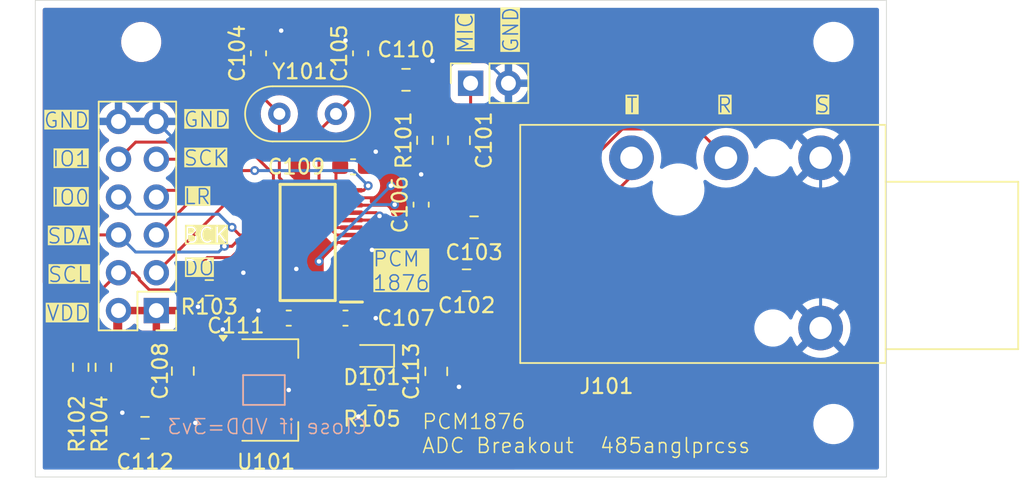
<source format=kicad_pcb>
(kicad_pcb (version 20240108) (generator "pcbnew") (generator_version "8.0")
  (layers (0 "F.Cu" signal) (31 "B.Cu" signal) (34 "B.Paste" user) (35 "F.Paste" user) (36 "B.SilkS" user "B.Silkscreen") (37 "F.SilkS" user "F.Silkscreen") (38 "B.Mask" user) (39 "F.Mask" user) (44 "Edge.Cuts" user))
  (net 0 "")
  (net 1 "GND")
  (net 2 "+3V3")
  (net 3 "/MIC_BIAS")
  (net 5 "/DOUT")
  (net 6 "/XI")
  (net 7 "/GPIO2")
  (net 8 "/VREF")
  (net 9 "/IN_R")
  (net 11 "/GPIO0")
  (net 13 "/GPIO1")
  (net 14 "/XO")
  (net 15 "/SCK")
  (net 16 "/SCL")
  (net 18 "/LDO")
  (net 19 "/SDA")
  (net 20 "/GPIO3")
  (net 21 "/BCK")
  (net 22 "/LRCK")
  (net 23 "Net-(IC101-MS{slash}AD)")
  (net 24 "/MIC")
  (net 26 "/IN_L")
  (net 27 "/MIC_IN")
  (net 28 "Net-(J101-IN1)")
  (net 29 "Net-(J101-IN2)")
  (net 30 "VDD")
  (net 31 "Net-(D101-K)")
  (footprint "Resistor_SMD:R_0603_1608Metric_Pad0.98x0.95mm_HandSolder" (layer "F.Cu") (at 148.844 69.342 180)
    (property "Reference" "R103" (at 0 -1.27 360) (layer "F.SilkS"))
    (property "Value" "R")
    (fp_line (start -0.254724 0.5225) (end 0.254724 0.5225) (stroke (width 0.12)) (layer "F.SilkS"))
    (fp_line (start -0.254724 -0.5225) (end 0.254724 -0.5225) (stroke (width 0.12)) (layer "F.SilkS"))
    (pad "1" smd roundrect (at -0.9125 0 180) (size 0.975 0.95) (layers "F.Cu" "F.Paste" "F.Mask") (net 23 "Net-(IC101-MS{slash}AD)"))
    (pad "2" smd roundrect (at 0.9125 0 180) (size 0.975 0.95) (layers "F.Cu" "F.Paste" "F.Mask") (net 1 "GND"))
  )
  (footprint "MountingHole:MountingHole_2.2mm_M2" (layer "F.Cu") (at 190.754 52.832)
    (property "Reference" "REF**" (hide yes))
    (property "Value" "MountingHole_2.2mm_M2")
    (pad "" np_thru_hole circle (at 0 0) (size 2.2 2.2) (drill 2.2) (layers "F&B.Cu" "*.Mask"))
  )
  (footprint "Package_TO_SOT_SMD:SOT-223-3_TabPin2" (layer "F.Cu") (at 152.908 76.2)
    (property "Reference" "U101" (at -0.254 4.826 0) (layer "F.SilkS"))
    (property "Value" "AZ1117-3.3")
    (fp_line (start -1.85 -3.41) (end 1.91 -3.41) (stroke (width 0.12)) (layer "F.SilkS"))
    (fp_line (start -1.85 3.41) (end 1.91 3.41) (stroke (width 0.12)) (layer "F.SilkS"))
    (fp_line (start 1.91 -3.41) (end 1.91 -2.15) (stroke (width 0.12)) (layer "F.SilkS"))
    (fp_line (start 1.91 3.41) (end 1.91 2.15) (stroke (width 0.12)) (layer "F.SilkS"))
    (fp_poly (pts (xy -3.13 -3.31) (xy -3.37 -3.64) (xy -2.89 -3.64) (xy -3.13 -3.31)) (stroke (width 0.12)) (fill solid) (layer "F.SilkS"))
    (pad "1" smd roundrect (at -3.15 -2.3) (size 2 1.5) (layers "F.Cu" "F.Paste" "F.Mask") (net 1 "GND"))
    (pad "2" smd roundrect (at -3.15 0) (size 2 1.5) (layers "F.Cu" "F.Paste" "F.Mask") (net 2 "+3V3"))
    (pad "2" smd roundrect (at 3.15 0) (size 2 3.8) (layers "F.Cu" "F.Paste" "F.Mask") (net 2 "+3V3"))
    (pad "3" smd roundrect (at -3.15 2.3) (size 2 1.5) (layers "F.Cu" "F.Paste" "F.Mask") (net 30 "VDD"))
  )
  (footprint "Connector_Audio:Jack_6.35mm_Neutrik_NRJ3HF-1_Horizontal" (layer "F.Cu") (at 177.19 60.608)
    (property "Reference" "J101" (at -1.676 15.338 0) (layer "F.SilkS"))
    (property "Value" "Conn_Coaxial_x2")
    (fp_line (start -7.47 -2.21) (end 17.07 -2.21) (stroke (width 0.12)) (layer "F.SilkS"))
    (fp_line (start -7.47 13.78) (end -7.47 -2.21) (stroke (width 0.12)) (layer "F.SilkS"))
    (fp_line (start -7.47 13.78) (end 17.07 13.78) (stroke (width 0.12)) (layer "F.SilkS"))
    (fp_line (start 17.07 -2.21) (end 17.07 13.78) (stroke (width 0.12)) (layer "F.SilkS"))
    (fp_line (start 25.97 1.61) (end 17.07 1.61) (stroke (width 0.12)) (layer "F.SilkS"))
    (fp_line (start 25.97 12.85) (end 17.07 12.85) (stroke (width 0.12)) (layer "F.SilkS"))
    (fp_line (start 25.97 12.85) (end 25.97 1.61) (stroke (width 0.12)) (layer "F.SilkS"))
    (pad "" np_thru_hole circle (at 3.15 2.13) (size 3 3) (drill 3) (layers "*.Cu" "*.Mask"))
    (pad "" np_thru_hole circle (at 9.5 0) (size 2 2) (drill 2) (layers "*.Cu" "*.Mask"))
    (pad "" np_thru_hole circle (at 9.5 11.43) (size 2 2) (drill 2) (layers "*.Cu" "*.Mask"))
    (pad "1" thru_hole circle (at 0 0) (size 3 3) (drill 1.5) (layers "*.Cu" "*.Mask") (net 28 "Net-(J101-IN1)"))
    (pad "2" thru_hole circle (at 6.35 0) (size 3 3) (drill 1.5) (layers "*.Cu" "*.Mask") (net 29 "Net-(J101-IN2)"))
    (pad "3" thru_hole circle (at 12.7 0) (size 3 3) (drill 1.5) (layers "*.Cu" "*.Mask") (net 1 "GND"))
    (pad "3" thru_hole circle (at 12.7 11.43) (size 3 3) (drill 1.5) (layers "*.Cu" "*.Mask") (net 1 "GND"))
  )
  (footprint "Capacitor_SMD:C_0805_2012Metric_Pad1.18x1.45mm_HandSolder" (layer "F.Cu") (at 162.052 55.372 180)
    (property "Reference" "C110" (at 0 2.032 360) (layer "F.SilkS"))
    (property "Value" "10uF")
    (fp_line (start -0.261252 0.735) (end 0.261252 0.735) (stroke (width 0.12)) (layer "F.SilkS"))
    (fp_line (start -0.261252 -0.735) (end 0.261252 -0.735) (stroke (width 0.12)) (layer "F.SilkS"))
    (pad "1" smd roundrect (at -1.0375 0 180) (size 1.175 1.45) (layers "F.Cu" "F.Paste" "F.Mask") (roundrect_rratio 0.212766) (net 1 "GND"))
    (pad "2" smd roundrect (at 1.0375 0 180) (size 1.175 1.45) (layers "F.Cu" "F.Paste" "F.Mask") (roundrect_rratio 0.212766) (net 2 "+3V3"))
  )
  (footprint "Resistor_SMD:R_0603_1608Metric_Pad0.98x0.95mm_HandSolder" (layer "F.Cu") (at 159.766 76.708 180)
    (property "Reference" "R105" (at 0 -1.43 360) (layer "F.SilkS"))
    (property "Value" "R")
    (fp_line (start -0.254724 0.5225) (end 0.254724 0.5225) (stroke (width 0.12)) (layer "F.SilkS"))
    (fp_line (start -0.254724 -0.5225) (end 0.254724 -0.5225) (stroke (width 0.12)) (layer "F.SilkS"))
    (pad "1" smd roundrect (at -0.9125 0 180) (size 0.975 0.95) (layers "F.Cu" "F.Paste" "F.Mask") (net 31 "Net-(D101-K)"))
    (pad "2" smd roundrect (at 0.9125 0 180) (size 0.975 0.95) (layers "F.Cu" "F.Paste" "F.Mask") (net 1 "GND"))
  )
  (footprint "Capacitor_SMD:C_0805_2012Metric_Pad1.18x1.45mm_HandSolder" (layer "F.Cu") (at 164.084 74.9515 90)
    (property "Reference" "C113" (at 0 -1.68 90) (layer "F.SilkS"))
    (property "Value" "10uF")
    (fp_line (start -0.261252 -0.735) (end 0.261252 -0.735) (stroke (width 0.12)) (layer "F.SilkS"))
    (fp_line (start -0.261252 0.735) (end 0.261252 0.735) (stroke (width 0.12)) (layer "F.SilkS"))
    (pad "1" smd roundrect (at -1.0375 0 90) (size 1.175 1.45) (layers "F.Cu" "F.Paste" "F.Mask") (roundrect_rratio 0.212766) (net 1 "GND"))
    (pad "2" smd roundrect (at 1.0375 0 90) (size 1.175 1.45) (layers "F.Cu" "F.Paste" "F.Mask") (roundrect_rratio 0.212766) (net 2 "+3V3"))
  )
  (footprint "Capacitor_SMD:C_0603_1608Metric_Pad1.08x0.95mm_HandSolder" (layer "F.Cu") (at 157.988 71.374)
    (property "Reference" "C107" (at 4.064 0 360) (layer "F.SilkS"))
    (property "Value" "2.2uF")
    (fp_line (start -0.146267 -0.51) (end 0.146267 -0.51) (stroke (width 0.12)) (layer "F.SilkS"))
    (fp_line (start -0.146267 0.51) (end 0.146267 0.51) (stroke (width 0.12)) (layer "F.SilkS"))
    (pad "1" smd roundrect (at -0.8625 0) (size 1.075 0.95) (layers "F.Cu" "F.Paste" "F.Mask") (net 8 "/VREF"))
    (pad "2" smd roundrect (at 0.8625 0) (size 1.075 0.95) (layers "F.Cu" "F.Paste" "F.Mask") (net 1 "GND"))
  )
  (footprint "Capacitor_SMD:C_0805_2012Metric_Pad1.18x1.45mm_HandSolder" (layer "F.Cu") (at 147.066 74.93 -90)
    (property "Reference" "C108" (at 0 1.524 90) (layer "F.SilkS"))
    (property "Value" "10uF")
    (fp_line (start -0.261252 0.735) (end 0.261252 0.735) (stroke (width 0.12)) (layer "F.SilkS"))
    (fp_line (start -0.261252 -0.735) (end 0.261252 -0.735) (stroke (width 0.12)) (layer "F.SilkS"))
    (pad "1" smd roundrect (at -1.0375 0 270) (size 1.175 1.45) (layers "F.Cu" "F.Paste" "F.Mask") (roundrect_rratio 0.212766) (net 1 "GND"))
    (pad "2" smd roundrect (at 1.0375 0 270) (size 1.175 1.45) (layers "F.Cu" "F.Paste" "F.Mask") (roundrect_rratio 0.212766) (net 2 "+3V3"))
  )
  (footprint "Capacitor_SMD:C_0603_1608Metric_Pad1.08x0.95mm_HandSolder" (layer "F.Cu") (at 163.068 63.754 90)
    (property "Reference" "C106" (at 0 -1.43 90) (layer "F.SilkS"))
    (property "Value" "2.2uF")
    (fp_line (start -0.146267 -0.51) (end 0.146267 -0.51) (stroke (width 0.12)) (layer "F.SilkS"))
    (fp_line (start -0.146267 0.51) (end 0.146267 0.51) (stroke (width 0.12)) (layer "F.SilkS"))
    (pad "1" smd roundrect (at -0.8625 0 90) (size 1.075 0.95) (layers "F.Cu" "F.Paste" "F.Mask") (net 18 "/LDO"))
    (pad "2" smd roundrect (at 0.8625 0 90) (size 1.075 0.95) (layers "F.Cu" "F.Paste" "F.Mask") (net 1 "GND"))
  )
  (footprint "LED_SMD:LED_0603_1608Metric" (layer "F.Cu") (at 159.766 73.914 180)
    (property "Reference" "D101" (at 0 -1.43 360) (layer "F.SilkS"))
    (property "Value" "LED")
    (fp_line (start 0.8 -0.735) (end -1.485 -0.735) (stroke (width 0.12)) (layer "F.SilkS"))
    (fp_line (start -1.485 0.735) (end 0.8 0.735) (stroke (width 0.12)) (layer "F.SilkS"))
    (fp_line (start -1.485 -0.735) (end -1.485 0.735) (stroke (width 0.12)) (layer "F.SilkS"))
    (pad "1" smd roundrect (at -0.7875 0 180) (size 0.875 0.95) (layers "F.Cu" "F.Paste" "F.Mask") (net 31 "Net-(D101-K)"))
    (pad "2" smd roundrect (at 0.7875 0 180) (size 0.875 0.95) (layers "F.Cu" "F.Paste" "F.Mask") (net 2 "+3V3"))
  )
  (footprint "Resistor_SMD:R_0603_1608Metric_Pad0.98x0.95mm_HandSolder" (layer "F.Cu") (at 140.208 74.676 -90)
    (property "Reference" "R102" (at 3.81 0.254 90) (layer "F.SilkS"))
    (property "Value" "10k")
    (fp_line (start -0.254724 0.5225) (end 0.254724 0.5225) (stroke (width 0.12)) (layer "F.SilkS"))
    (fp_line (start -0.254724 -0.5225) (end 0.254724 -0.5225) (stroke (width 0.12)) (layer "F.SilkS"))
    (pad "1" smd roundrect (at -0.9125 0 270) (size 0.975 0.95) (layers "F.Cu" "F.Paste" "F.Mask") (net 19 "/SDA"))
    (pad "2" smd roundrect (at 0.9125 0 270) (size 0.975 0.95) (layers "F.Cu" "F.Paste" "F.Mask") (net 2 "+3V3"))
  )
  (footprint "MountingHole:MountingHole_2.2mm_M2" (layer "F.Cu") (at 190.754 78.486)
    (property "Reference" "REF**" (hide yes))
    (property "Value" "MountingHole_2.2mm_M2")
    (pad "" np_thru_hole circle (at 0 0) (size 2.2 2.2) (drill 2.2) (layers "*.Cu" "*.Mask"))
  )
  (footprint "Connector_PinSocket_2.54mm:PinSocket_1x02_P2.54mm_Vertical" (layer "F.Cu") (at 166.39 55.601 90)
    (property "Reference" "J102" (hide yes))
    (property "Value" "Conn_01x02")
    (fp_line (start 1.33 -1.33) (end 1.33 0) (stroke (width 0.12)) (layer "F.SilkS"))
    (fp_line (start 0 -1.33) (end 1.33 -1.33) (stroke (width 0.12)) (layer "F.SilkS"))
    (fp_line (start 1.33 1.27) (end 1.33 3.87) (stroke (width 0.12)) (layer "F.SilkS"))
    (fp_line (start -1.33 1.27) (end 1.33 1.27) (stroke (width 0.12)) (layer "F.SilkS"))
    (fp_line (start -1.33 1.27) (end -1.33 3.87) (stroke (width 0.12)) (layer "F.SilkS"))
    (fp_line (start -1.33 3.87) (end 1.33 3.87) (stroke (width 0.12)) (layer "F.SilkS"))
    (pad "1" thru_hole rect (at 0 0 90) (size 1.7 1.7) (drill 1) (layers "*.Cu" "*.Mask") (net 27 "/MIC_IN"))
    (pad "2" thru_hole oval (at 0 2.54 90) (size 1.7 1.7) (drill 1) (layers "*.Cu" "*.Mask") (net 1 "GND"))
  )
  (footprint "Capacitor_SMD:C_0603_1608Metric_Pad1.08x0.95mm_HandSolder" (layer "F.Cu") (at 154.178 71.374)
    (property "Reference" "C111" (at -3.556 0.508 360) (layer "F.SilkS"))
    (property "Value" "0.1uF")
    (fp_line (start -0.146267 -0.51) (end 0.146267 -0.51) (stroke (width 0.12)) (layer "F.SilkS"))
    (fp_line (start -0.146267 0.51) (end 0.146267 0.51) (stroke (width 0.12)) (layer "F.SilkS"))
    (pad "1" smd roundrect (at -0.8625 0) (size 1.075 0.95) (layers "F.Cu" "F.Paste" "F.Mask") (net 1 "GND"))
    (pad "2" smd roundrect (at 0.8625 0) (size 1.075 0.95) (layers "F.Cu" "F.Paste" "F.Mask") (net 2 "+3V3"))
  )
  (footprint "MountingHole:MountingHole_2.2mm_M2" (layer "F.Cu") (at 144.272 52.832)
    (property "Reference" "REF**" (hide yes))
    (property "Value" "MountingHole_2.2mm_M2")
    (pad "" np_thru_hole circle (at 0 0) (size 2.2 2.2) (drill 2.2) (layers "F&B.Cu" "*.Mask"))
  )
  (footprint "adc_pcm:SOP50P640X120-30N" (layer "F.Cu") (at 155.448 66.294 180)
    (property "Reference" "IC101" (hide yes))
    (property "Value" "PCM1863DBT" (hide yes))
    (fp_line (start 1.85 3.9) (end -1.85 3.9) (stroke (width 0.2)) (layer "F.SilkS"))
    (fp_line (start 1.85 -3.9) (end 1.85 3.9) (stroke (width 0.2)) (layer "F.SilkS"))
    (fp_line (start -1.85 3.9) (end -1.85 -3.9) (stroke (width 0.2)) (layer "F.SilkS"))
    (fp_line (start -1.85 -3.9) (end 1.85 -3.9) (stroke (width 0.2)) (layer "F.SilkS"))
    (fp_line (start -3.675 -4) (end -2.2 -4) (stroke (width 0.2)) (layer "F.SilkS"))
    (pad "1" smd rect (at -2.938 -3.5 270) (size 0.3 1.475) (layers "F.Cu" "F.Paste" "F.Mask") (net 26 "/IN_L"))
    (pad "2" smd rect (at -2.938 -3 270) (size 0.3 1.475) (layers "F.Cu" "F.Paste" "F.Mask") (net 9 "/IN_R"))
    (pad "3" smd rect (at -2.938 -2.5 270) (size 0.3 1.475) (layers "F.Cu" "F.Paste" "F.Mask") (net 24 "/MIC"))
    (pad "4" smd rect (at -2.938 -2 270) (size 0.3 1.475) (layers "F.Cu" "F.Paste" "F.Mask"))
    (pad "5" smd rect (at -2.938 -1.5 270) (size 0.3 1.475) (layers "F.Cu" "F.Paste" "F.Mask") (net 3 "/MIC_BIAS"))
    (pad "6" smd rect (at -2.938 -1 270) (size 0.3 1.475) (layers "F.Cu" "F.Paste" "F.Mask") (net 8 "/VREF"))
    (pad "7" smd rect (at -2.938 -0.5 270) (size 0.3 1.475) (layers "F.Cu" "F.Paste" "F.Mask") (net 1 "GND"))
    (pad "8" smd rect (at -2.938 0 270) (size 0.3 1.475) (layers "F.Cu" "F.Paste" "F.Mask") (net 2 "+3V3"))
    (pad "9" smd rect (at -2.938 0.5 270) (size 0.3 1.475) (layers "F.Cu" "F.Paste" "F.Mask") (net 14 "/XO"))
    (pad "10" smd rect (at -2.938 1 270) (size 0.3 1.475) (layers "F.Cu" "F.Paste" "F.Mask") (net 6 "/XI"))
    (pad "11" smd rect (at -2.938 1.5 270) (size 0.3 1.475) (layers "F.Cu" "F.Paste" "F.Mask") (net 18 "/LDO"))
    (pad "12" smd rect (at -2.938 2 270) (size 0.3 1.475) (layers "F.Cu" "F.Paste" "F.Mask") (net 1 "GND"))
    (pad "13" smd rect (at -2.938 2.5 270) (size 0.3 1.475) (layers "F.Cu" "F.Paste" "F.Mask") (net 2 "+3V3"))
    (pad "14" smd rect (at -2.938 3 270) (size 0.3 1.475) (layers "F.Cu" "F.Paste" "F.Mask") (net 2 "+3V3"))
    (pad "15" smd rect (at -2.938 3.5 270) (size 0.3 1.475) (layers "F.Cu" "F.Paste" "F.Mask") (net 15 "/SCK"))
    (pad "16" smd rect (at 2.938 3.5 270) (size 0.3 1.475) (layers "F.Cu" "F.Paste" "F.Mask") (net 22 "/LRCK"))
    (pad "17" smd rect (at 2.938 3 270) (size 0.3 1.475) (layers "F.Cu" "F.Paste" "F.Mask") (net 21 "/BCK"))
    (pad "18" smd rect (at 2.938 2.5 270) (size 0.3 1.475) (layers "F.Cu" "F.Paste" "F.Mask") (net 5 "/DOUT"))
    (pad "19" smd rect (at 2.938 2 270) (size 0.3 1.475) (layers "F.Cu" "F.Paste" "F.Mask") (net 20 "/GPIO3"))
    (pad "20" smd rect (at 2.938 1.5 270) (size 0.3 1.475) (layers "F.Cu" "F.Paste" "F.Mask") (net 7 "/GPIO2"))
    (pad "21" smd rect (at 2.938 1 270) (size 0.3 1.475) (layers "F.Cu" "F.Paste" "F.Mask") (net 13 "/GPIO1"))
    (pad "22" smd rect (at 2.938 0.5 270) (size 0.3 1.475) (layers "F.Cu" "F.Paste" "F.Mask") (net 11 "/GPIO0"))
    (pad "23" smd rect (at 2.938 0 270) (size 0.3 1.475) (layers "F.Cu" "F.Paste" "F.Mask") (net 19 "/SDA"))
    (pad "24" smd rect (at 2.938 -0.5 270) (size 0.3 1.475) (layers "F.Cu" "F.Paste" "F.Mask") (net 16 "/SCL"))
    (pad "25" smd rect (at 2.938 -1 270) (size 0.3 1.475) (layers "F.Cu" "F.Paste" "F.Mask") (net 23 "Net-(IC101-MS{slash}AD)"))
    (pad "26" smd rect (at 2.938 -1.5 270) (size 0.3 1.475) (layers "F.Cu" "F.Paste" "F.Mask") (net 1 "GND"))
    (pad "27" smd rect (at 2.938 -2 270) (size 0.3 1.475) (layers "F.Cu" "F.Paste" "F.Mask"))
    (pad "28" smd rect (at 2.938 -2.5 270) (size 0.3 1.475) (layers "F.Cu" "F.Paste" "F.Mask"))
    (pad "29" smd rect (at 2.938 -3 270) (size 0.3 1.475) (layers "F.Cu" "F.Paste" "F.Mask"))
    (pad "30" smd rect (at 2.938 -3.5 270) (size 0.3 1.475) (layers "F.Cu" "F.Paste" "F.Mask"))
  )
  (footprint "Capacitor_SMD:C_0603_1608Metric_Pad1.08x0.95mm_HandSolder" (layer "F.Cu") (at 158.496 61.214 180)
    (property "Reference" "C109" (at 3.81 0 360) (layer "F.SilkS"))
    (property "Value" "0.1uF")
    (fp_line (start -0.146267 0.51) (end 0.146267 0.51) (stroke (width 0.12)) (layer "F.SilkS"))
    (fp_line (start -0.146267 -0.51) (end 0.146267 -0.51) (stroke (width 0.12)) (layer "F.SilkS"))
    (pad "1" smd roundrect (at -0.8625 0 180) (size 1.075 0.95) (layers "F.Cu" "F.Paste" "F.Mask") (net 1 "GND"))
    (pad "2" smd roundrect (at 0.8625 0 180) (size 1.075 0.95) (layers "F.Cu" "F.Paste" "F.Mask") (net 2 "+3V3"))
  )
  (footprint "Capacitor_SMD:C_0603_1608Metric_Pad1.08x0.95mm_HandSolder" (layer "F.Cu") (at 152.146 53.594 90)
    (property "Reference" "C104" (at 0 -1.43 90) (layer "F.SilkS"))
    (property "Value" "15pF")
    (fp_line (start -0.146267 -0.51) (end 0.146267 -0.51) (stroke (width 0.12)) (layer "F.SilkS"))
    (fp_line (start -0.146267 0.51) (end 0.146267 0.51) (stroke (width 0.12)) (layer "F.SilkS"))
    (pad "1" smd roundrect (at -0.8625 0 90) (size 1.075 0.95) (layers "F.Cu" "F.Paste" "F.Mask") (net 14 "/XO"))
    (pad "2" smd roundrect (at 0.8625 0 90) (size 1.075 0.95) (layers "F.Cu" "F.Paste" "F.Mask") (net 1 "GND"))
  )
  (footprint "Capacitor_SMD:C_0805_2012Metric_Pad1.18x1.45mm_HandSolder" (layer "F.Cu") (at 144.526 78.74)
    (property "Reference" "C112" (at 0 2.286 0) (layer "F.SilkS"))
    (property "Value" "10uF")
    (fp_line (start -0.261252 -0.735) (end 0.261252 -0.735) (stroke (width 0.12)) (layer "F.SilkS"))
    (fp_line (start -0.261252 0.735) (end 0.261252 0.735) (stroke (width 0.12)) (layer "F.SilkS"))
    (pad "1" smd roundrect (at -1.0375 0) (size 1.175 1.45) (layers "F.Cu" "F.Paste" "F.Mask") (roundrect_rratio 0.212766) (net 1 "GND"))
    (pad "2" smd roundrect (at 1.0375 0) (size 1.175 1.45) (layers "F.Cu" "F.Paste" "F.Mask") (roundrect_rratio 0.212766) (net 30 "VDD"))
  )
  (footprint "Resistor_SMD:R_0603_1608Metric_Pad0.98x0.95mm_HandSolder" (layer "F.Cu") (at 141.732 74.676 -90)
    (property "Reference" "R104" (at 3.81 0.254 90) (layer "F.SilkS"))
    (property "Value" "10k")
    (fp_line (start -0.254724 0.5225) (end 0.254724 0.5225) (stroke (width 0.12)) (layer "F.SilkS"))
    (fp_line (start -0.254724 -0.5225) (end 0.254724 -0.5225) (stroke (width 0.12)) (layer "F.SilkS"))
    (pad "1" smd roundrect (at -0.9125 0 270) (size 0.975 0.95) (layers "F.Cu" "F.Paste" "F.Mask") (net 16 "/SCL"))
    (pad "2" smd roundrect (at 0.9125 0 270) (size 0.975 0.95) (layers "F.Cu" "F.Paste" "F.Mask") (net 2 "+3V3"))
  )
  (footprint "Resistor_SMD:R_0603_1608Metric_Pad0.98x0.95mm_HandSolder" (layer "F.Cu") (at 163.322 59.436 90)
    (property "Reference" "R101" (at 0 -1.43 90) (layer "F.SilkS"))
    (property "Value" "2.2k")
    (fp_line (start -0.254724 -0.5225) (end 0.254724 -0.5225) (stroke (width 0.12)) (layer "F.SilkS"))
    (fp_line (start -0.254724 0.5225) (end 0.254724 0.5225) (stroke (width 0.12)) (layer "F.SilkS"))
    (pad "1" smd roundrect (at -0.9125 0 90) (size 0.975 0.95) (layers "F.Cu" "F.Paste" "F.Mask") (net 3 "/MIC_BIAS"))
    (pad "2" smd roundrect (at 0.9125 0 90) (size 0.975 0.95) (layers "F.Cu" "F.Paste" "F.Mask") (net 27 "/MIC_IN"))
  )
  (footprint "Crystal:Crystal_HC52-U_Vertical" (layer "F.Cu") (at 153.548 57.658)
    (property "Reference" "Y101" (at 1.392 -2.85 0) (layer "F.SilkS"))
    (property "Value" "Crystal")
    (fp_line (start -0.45 -1.85) (end 4.25 -1.85) (stroke (width 0.12)) (layer "F.SilkS"))
    (fp_line (start -0.45 1.85) (end 4.25 1.85) (stroke (width 0.12)) (layer "F.SilkS"))
    (fp_arc (start -0.45 1.85) (mid -2.3 0) (end -0.45 -1.85) (stroke (width 0.12)) (layer "F.SilkS"))
    (fp_arc (start 4.25 -1.85) (mid 6.1 0) (end 4.25 1.85) (stroke (width 0.12)) (layer "F.SilkS"))
    (pad "1" thru_hole circle (at 0 0) (size 1.5 1.5) (drill 0.8) (layers "*.Cu" "*.Mask") (net 14 "/XO"))
    (pad "2" thru_hole circle (at 3.8 0) (size 1.5 1.5) (drill 0.8) (layers "*.Cu" "*.Mask") (net 6 "/XI"))
  )
  (footprint "Capacitor_SMD:C_0805_2012Metric_Pad1.18x1.45mm_HandSolder" (layer "F.Cu") (at 165.608 59.436 -90)
    (property "Reference" "C101" (at 0 -1.68 90) (layer "F.SilkS"))
    (property "Value" "10uF")
    (fp_line (start -0.261252 0.735) (end 0.261252 0.735) (stroke (width 0.12)) (layer "F.SilkS"))
    (fp_line (start -0.261252 -0.735) (end 0.261252 -0.735) (stroke (width 0.12)) (layer "F.SilkS"))
    (pad "1" smd roundrect (at -1.0375 0 270) (size 1.175 1.45) (layers "F.Cu" "F.Paste" "F.Mask") (roundrect_rratio 0.212766) (net 27 "/MIC_IN"))
    (pad "2" smd roundrect (at 1.0375 0 270) (size 1.175 1.45) (layers "F.Cu" "F.Paste" "F.Mask") (roundrect_rratio 0.212766) (net 24 "/MIC"))
  )
  (footprint "Capacitor_SMD:C_0805_2012Metric_Pad1.18x1.45mm_HandSolder" (layer "F.Cu") (at 166.116 68.834 180)
    (property "Reference" "C102" (at 0 -1.68 360) (layer "F.SilkS"))
    (property "Value" "10uF")
    (fp_line (start -0.261252 0.735) (end 0.261252 0.735) (stroke (width 0.12)) (layer "F.SilkS"))
    (fp_line (start -0.261252 -0.735) (end 0.261252 -0.735) (stroke (width 0.12)) (layer "F.SilkS"))
    (pad "1" smd roundrect (at -1.0375 0 180) (size 1.175 1.45) (layers "F.Cu" "F.Paste" "F.Mask") (roundrect_rratio 0.212766) (net 28 "Net-(J101-IN1)"))
    (pad "2" smd roundrect (at 1.0375 0 180) (size 1.175 1.45) (layers "F.Cu" "F.Paste" "F.Mask") (roundrect_rratio 0.212766) (net 26 "/IN_L"))
  )
  (footprint "Capacitor_SMD:C_0603_1608Metric_Pad1.08x0.95mm_HandSolder" (layer "F.Cu") (at 159.004 53.594 90)
    (property "Reference" "C105" (at 0 -1.43 90) (layer "F.SilkS"))
    (property "Value" "15pF")
    (fp_line (start -0.146267 -0.51) (end 0.146267 -0.51) (stroke (width 0.12)) (layer "F.SilkS"))
    (fp_line (start -0.146267 0.51) (end 0.146267 0.51) (stroke (width 0.12)) (layer "F.SilkS"))
    (pad "1" smd roundrect (at -0.8625 0 90) (size 1.075 0.95) (layers "F.Cu" "F.Paste" "F.Mask") (net 6 "/XI"))
    (pad "2" smd roundrect (at 0.8625 0 90) (size 1.075 0.95) (layers "F.Cu" "F.Paste" "F.Mask") (net 1 "GND"))
  )
  (footprint "Capacitor_SMD:C_0805_2012Metric_Pad1.18x1.45mm_HandSolder" (layer "F.Cu") (at 166.624 65.278 180)
    (property "Reference" "C103" (at 0 -1.68 360) (layer "F.SilkS"))
    (property "Value" "10uF")
    (fp_line (start -0.261252 0.735) (end 0.261252 0.735) (stroke (width 0.12)) (layer "F.SilkS"))
    (fp_line (start -0.261252 -0.735) (end 0.261252 -0.735) (stroke (width 0.12)) (layer "F.SilkS"))
    (pad "1" smd roundrect (at -1.0375 0 180) (size 1.175 1.45) (layers "F.Cu" "F.Paste" "F.Mask") (roundrect_rratio 0.212766) (net 29 "Net-(J101-IN2)"))
    (pad "2" smd roundrect (at 1.0375 0 180) (size 1.175 1.45) (layers "F.Cu" "F.Paste" "F.Mask") (roundrect_rratio 0.212766) (net 9 "/IN_R"))
  )
  (footprint "Connector_PinHeader_2.54mm:PinHeader_2x06_P2.54mm_Vertical" (layer "F.Cu") (at 145.288 70.866 180)
    (property "Reference" "J103" (hide yes))
    (property "Value" "Conn_02x06_Odd_Even")
    (fp_line (start 3.87 -1.33) (end 3.87 14.03) (stroke (width 0.12)) (layer "F.SilkS"))
    (fp_line (start 1.27 1.27) (end 1.27 -1.33) (stroke (width 0.12)) (layer "F.SilkS"))
    (fp_line (start 1.27 -1.33) (end 3.87 -1.33) (stroke (width 0.12)) (layer "F.SilkS"))
    (fp_line (start -1.33 14.03) (end 3.87 14.03) (stroke (width 0.12)) (layer "F.SilkS"))
    (fp_line (start -1.33 1.27) (end 1.27 1.27) (stroke (width 0.12)) (layer "F.SilkS"))
    (fp_line (start -1.33 1.27) (end -1.33 14.03) (stroke (width 0.12)) (layer "F.SilkS"))
    (fp_line (start -1.33 0) (end -1.33 -1.33) (stroke (width 0.12)) (layer "F.SilkS"))
    (fp_line (start -1.33 -1.33) (end 0 -1.33) (stroke (width 0.12)) (layer "F.SilkS"))
    (pad "1" thru_hole rect (at 0 0 180) (size 1.7 1.7) (drill 1) (layers "*.Cu" "*.Mask") (net 30 "VDD"))
    (pad "2" thru_hole oval (at 2.54 0 180) (size 1.7 1.7) (drill 1) (layers "*.Cu" "*.Mask") (net 30 "VDD"))
    (pad "3" thru_hole oval (at 0 2.54 180) (size 1.7 1.7) (drill 1) (layers "*.Cu" "*.Mask") (net 5 "/DOUT"))
    (pad "4" thru_hole oval (at 2.54 2.54 180) (size 1.7 1.7) (drill 1) (layers "*.Cu" "*.Mask") (net 16 "/SCL"))
    (pad "5" thru_hole oval (at 0 5.08 180) (size 1.7 1.7) (drill 1) (layers "*.Cu" "*.Mask") (net 21 "/BCK"))
    (pad "6" thru_hole oval (at 2.54 5.08 180) (size 1.7 1.7) (drill 1) (layers "*.Cu" "*.Mask") (net 19 "/SDA"))
    (pad "7" thru_hole oval (at 0 7.62 180) (size 1.7 1.7) (drill 1) (layers "*.Cu" "*.Mask") (net 22 "/LRCK"))
    (pad "8" thru_hole oval (at 2.54 7.62 180) (size 1.7 1.7) (drill 1) (layers "*.Cu" "*.Mask") (net 11 "/GPIO0"))
    (pad "9" thru_hole oval (at 0 10.16 180) (size 1.7 1.7) (drill 1) (layers "*.Cu" "*.Mask") (net 15 "/SCK"))
    (pad "10" thru_hole oval (at 2.54 10.16 180) (size 1.7 1.7) (drill 1) (layers "*.Cu" "*.Mask") (net 13 "/GPIO1"))
    (pad "11" thru_hole oval (at 0 12.7 180) (size 1.7 1.7) (drill 1) (layers "*.Cu" "*.Mask") (net 1 "GND"))
    (pad "12" thru_hole oval (at 2.54 12.7 180) (size 1.7 1.7) (drill 1) (layers "*.Cu" "*.Mask") (net 1 "GND"))
  )
  (footprint "Jumper:SolderJumper-2_P1.3mm_Open_Pad1.0x1.5mm" (layer "B.Cu") (at 152.512 76.2)
    (property "Reference" "JP101" (hide yes))
    (property "Value" "Jumper_2_Open")
    (fp_line (start -1.4 -1) (end 1.4 -1) (stroke (width 0.12)) (layer "B.SilkS"))
    (fp_line (start -1.4 1) (end -1.4 -1) (stroke (width 0.12)) (layer "B.SilkS"))
    (fp_line (start 1.4 -1) (end 1.4 1) (stroke (width 0.12)) (layer "B.SilkS"))
    (fp_line (start 1.4 1) (end -1.4 1) (stroke (width 0.12)) (layer "B.SilkS"))
    (pad "1" smd rect (at -0.65 0) (size 1 1.5) (layers "B.Cu" "B.Mask") (net 30 "VDD"))
    (pad "2" smd rect (at 0.65 0) (size 1 1.5) (layers "B.Cu" "B.Mask") (net 2 "+3V3"))
  )
  (gr_rect (start 137.16 50.038) (end 194.31 82.042) (stroke (width 0.05)) (fill none) (layer "Edge.Cuts"))
  (gr_text "Close if VDD=3v3" (at 159.512 79.248 0) (layer "B.SilkS") (effects (font (size 1 1) (thickness 0.1)) (justify left bottom mirror)))
  (gr_text "SDA" (at 137.906095 66.4464 0) (layer "F.SilkS" knockout) (effects (font (size 1 1) (thickness 0.1)) (justify left bottom)))
  (gr_text "GND" (at 147.066 58.6232 0) (layer "F.SilkS" knockout) (effects (font (size 1 1) (thickness 0.1)) (justify left bottom)))
  (gr_text "IO1" (at 138.239429 61.2648 0) (layer "F.SilkS" knockout) (effects (font (size 1 1) (thickness 0.1)) (justify left bottom)))
  (gr_text "DO" (at 147.066 68.58 0) (layer "F.SilkS" knockout) (effects (font (size 1 1) (thickness 0.1)) (justify left bottom)))
  (gr_text "R" (at 182.88 57.658 0) (layer "F.SilkS" knockout) (effects (font (size 1 1) (thickness 0.1)) (justify left bottom)))
  (gr_text "PCM\n1876" (at 159.766 69.596 0) (layer "F.SilkS" knockout) (effects (font (size 1 1) (thickness 0.1)) (justify left bottom)))
  (gr_text "VDD" (at 137.858476 71.628 0) (layer "F.SilkS" knockout) (effects (font (size 1 1) (thickness 0.1)) (justify left bottom)))
  (gr_text "IO0" (at 138.239429 63.8556 0) (layer "F.SilkS" knockout) (effects (font (size 1 1) (thickness 0.1)) (justify left bottom)))
  (gr_text "PCM1876\nADC Breakout" (at 163.068 80.518 0) (layer "F.SilkS") (effects (font (size 1 1) (thickness 0.1)) (justify left bottom)))
  (gr_text "MIC" (at 166.624 53.594 90) (layer "F.SilkS" knockout) (effects (font (size 1 1) (thickness 0.1)) (justify left bottom)))
  (gr_text "LR" (at 147.066 63.8048 0) (layer "F.SilkS" knockout) (effects (font (size 1 1) (thickness 0.1)) (justify left bottom)))
  (gr_text "GND" (at 137.668 58.674 0) (layer "F.SilkS" knockout) (effects (font (size 1 1) (thickness 0.1)) (justify left bottom)))
  (gr_text "GND" (at 169.672 53.594 90) (layer "F.SilkS" knockout) (effects (font (size 1 1) (thickness 0.1)) (justify left bottom)))
  (gr_text "T" (at 176.784 57.658 0) (layer "F.SilkS" knockout) (effects (font (size 1 1) (thickness 0.1)) (justify left bottom)))
  (gr_text "SCK" (at 147.066 61.214 0) (layer "F.SilkS" knockout) (effects (font (size 1 1) (thickness 0.1)) (justify left bottom)))
  (gr_text "SCL" (at 137.953714 69.0372 0) (layer "F.SilkS" knockout) (effects (font (size 1 1) (thickness 0.1)) (justify left bottom)))
  (gr_text "BCK" (at 147.066 66.3956 0) (layer "F.SilkS" knockout) (effects (font (size 1 1) (thickness 0.1)) (justify left bottom)))
  (gr_text "485anglprcss" (at 175.006 80.518 0) (layer "F.SilkS") (effects (font (size 1 1) (thickness 0.1)) (justify left bottom)))
  (gr_text "S" (at 189.484 57.658 0) (layer "F.SilkS" knockout) (effects (font (size 1 1) (thickness 0.1)) (justify left bottom)))
  (segment (start 149.7505 72.136) (end 149.7505 73.8925) (width 0.2) (layer "F.Cu") (net 1))
  (segment (start 163.0895 55.372) (end 163.0895 54.8425) (width 0.2) (layer "F.Cu") (net 1))
  (segment (start 143.4885 78.2105) (end 143.002 77.724) (width 0.2) (layer "F.Cu") (net 1))
  (segment (start 152.146 52.7315) (end 153.0085 52.7315) (width 0.2) (layer "F.Cu") (net 1))
  (segment (start 143.4885 78.74) (end 143.4885 78.2105) (width 0.2) (layer "F.Cu") (net 1))
  (segment (start 152.51 67.794) (end 154.408 67.794) (width 0.2) (layer "F.Cu") (net 1))
  (segment (start 159.766 66.794) (end 158.386 66.794) (width 0.2) (layer "F.Cu") (net 1))
  (segment (start 165.608 75.989) (end 164.084 75.989) (width 0.2) (layer "F.Cu") (net 1))
  (segment (start 159.3585 60.8595) (end 160.02 60.198) (width 0.2) (layer "F.Cu") (net 1))
  (segment (start 153.3155 71.374) (end 152.654 71.374) (width 0.2) (layer "F.Cu") (net 1))
  (segment (start 154.408 67.794) (end 154.686 68.072) (width 0.2) (layer "F.Cu") (net 1))
  (segment (start 152.51 67.794) (end 151.662 67.794) (width 0.2) (layer "F.Cu") (net 1))
  (segment (start 149.7505 73.8925) (end 149.758 73.9) (width 0.2) (layer "F.Cu") (net 1))
  (segment (start 160.02 71.374) (end 158.8505 71.374) (width 0.2) (layer "F.Cu") (net 1))
  (segment (start 158.386 64.294) (end 160.052 64.294) (width 0.2) (layer "F.Cu") (net 1))
  (segment (start 157.988 52.7315) (end 159.004 52.7315) (width 0.2) (layer "F.Cu") (net 1))
  (segment (start 147.066 73.8925) (end 149.7505 73.8925) (width 0.2) (layer "F.Cu") (net 1))
  (segment (start 147.9315 70.4615) (end 147.9315 69.342) (width 0.2) (layer "F.Cu") (net 1))
  (segment (start 163.068 62.8915) (end 163.068 61.722) (width 0.2) (layer "F.Cu") (net 1))
  (segment (start 163.0895 54.8425) (end 163.83 54.102) (width 0.2) (layer "F.Cu") (net 1))
  (segment (start 153.0085 52.7315) (end 153.67 52.07) (width 0.2) (layer "F.Cu") (net 1))
  (segment (start 148.082 70.612) (end 147.9315 70.4615) (width 0.2) (layer "F.Cu") (net 1))
  (segment (start 151.662 67.794) (end 151.13 68.326) (width 0.2) (layer "F.Cu") (net 1))
  (segment (start 158.8535 77.978) (end 158.8535 76.708) (width 0.2) (layer "F.Cu") (net 1))
  (segment (start 160.052 64.294) (end 160.274 64.516) (width 0.2) (layer "F.Cu") (net 1))
  (segment (start 152.654 71.374) (end 152.146 70.866) (width 0.2) (layer "F.Cu") (net 1))
  (segment (start 159.3585 61.214) (end 159.3585 60.8595) (width 0.2) (layer "F.Cu") (net 1))
  (via (at 154.686 68.072) (size 0.6) (drill 0.3) (layers "F.Cu" "B.Cu") (net 1))
  (via (at 152.146 70.866) (size 0.6) (drill 0.3) (layers "F.Cu" "B.Cu") (net 1))
  (via (at 159.766 66.794) (size 0.6) (drill 0.3) (layers "F.Cu" "B.Cu") (net 1))
  (via (at 160.02 60.198) (size 0.6) (drill 0.3) (layers "F.Cu" "B.Cu") (net 1))
  (via (at 165.608 75.989) (size 0.6) (drill 0.3) (layers "F.Cu" "B.Cu") (net 1))
  (via (at 160.02 71.374) (size 0.6) (drill 0.3) (layers "F.Cu" "B.Cu") (net 1))
  (via (at 143.002 77.724) (size 0.6) (drill 0.3) (layers "F.Cu" "B.Cu") (net 1))
  (via (at 151.13 68.326) (size 0.6) (drill 0.3) (layers "F.Cu" "B.Cu") (net 1))
  (via (at 160.274 64.516) (size 0.6) (drill 0.3) (layers "F.Cu" "B.Cu") (net 1))
  (via (at 157.988 52.7315) (size 0.6) (drill 0.3) (layers "F.Cu" "B.Cu") (net 1))
  (via (at 149.7505 72.136) (size 0.6) (drill 0.3) (layers "F.Cu" "B.Cu") (net 1))
  (via (at 153.67 52.07) (size 0.6) (drill 0.3) (layers "F.Cu" "B.Cu") (net 1))
  (via (at 148.082 70.612) (size 0.6) (drill 0.3) (layers "F.Cu" "B.Cu") (net 1))
  (via (at 163.068 61.722) (size 0.6) (drill 0.3) (layers "F.Cu" "B.Cu") (net 1))
  (via (at 158.8535 77.978) (size 0.6) (drill 0.3) (layers "F.Cu" "B.Cu") (net 1))
  (via (at 163.83 54.102) (size 0.6) (drill 0.3) (layers "F.Cu" "B.Cu") (net 1))
  (segment (start 184.883 55.601) (end 168.93 55.601) (width 0.2) (layer "B.Cu") (net 1))
  (segment (start 157.988 52.7315) (end 158.1415 52.578) (width 0.2) (layer "B.Cu") (net 1))
  (segment (start 151.13 64.008) (end 145.288 58.166) (width 0.2) (layer "B.Cu") (net 1))
  (segment (start 150.876 68.58) (end 150.114 68.58) (width 0.2) (layer "B.Cu") (net 1))
  (segment (start 162.306 52.578) (end 163.83 54.102) (width 0.2) (layer "B.Cu") (net 1))
  (segment (start 160.274 64.516) (end 160.274 66.286) (width 0.2) (layer "B.Cu") (net 1))
  (segment (start 147.32 60.198) (end 145.288 58.166) (width 0.2) (layer "B.Cu") (net 1))
  (segment (start 159.766 66.794) (end 158.234 68.326) (width 0.2) (layer "B.Cu") (net 1))
  (segment (start 151.13 68.326) (end 151.13 64.008) (width 0.2) (layer "B.Cu") (net 1))
  (segment (start 160.02 71.374) (end 160.528 71.374) (width 0.2) (layer "B.Cu") (net 1))
  (segment (start 149.606 72.136) (end 148.082 70.612) (width 0.2) (layer "B.Cu") (net 1))
  (segment (start 163.068 61.722) (end 161.544 60.198) (width 0.2) (layer "B.Cu") (net 1))
  (segment (start 147.574 58.166) (end 153.67 52.07) (width 0.2) (layer "B.Cu") (net 1))
  (segment (start 161.544 60.198) (end 159.766 60.198) (width 0.2) (layer "B.Cu") (net 1))
  (segment (start 161.364 70.538) (end 188.39 70.538) (width 0.2) (layer "B.Cu") (net 1))
  (segment (start 158.8535 77.978) (end 158.8535 72.5405) (width 0.2) (layer "B.Cu") (net 1))
  (segment (start 157.988 52.7315) (end 157.3265 52.07) (width 0.2) (layer "B.Cu") (net 1))
  (segment (start 160.02 60.198) (end 159.766 60.198) (width 0.2) (layer "B.Cu") (net 1))
  (segment (start 149.7505 72.136) (end 149.606 72.136) (width 0.2) (layer "B.Cu") (net 1))
  (segment (start 157.3265 52.07) (end 153.67 52.07) (width 0.2) (layer "B.Cu") (net 1))
  (segment (start 159.766 60.198) (end 147.32 60.198) (width 0.2) (layer "B.Cu") (net 1))
  (segment (start 142.748 58.166) (end 145.288 58.166) (width 0.2) (layer "B.Cu") (net 1))
  (segment (start 148.082 70.612) (end 148.082 72.644) (width 0.2) (layer "B.Cu") (net 1))
  (segment (start 188.39 70.538) (end 189.89 72.038) (width 0.2) (layer "B.Cu") (net 1))
  (segment (start 158.1415 52.578) (end 162.306 52.578) (width 0.2) (layer "B.Cu") (net 1))
  (segment (start 160.02 71.374) (end 164.635 75.989) (width 0.2) (layer "B.Cu") (net 1))
  (segment (start 160.02 71.374) (end 160.02 67.048) (width 0.2) (layer "B.Cu") (net 1))
  (segment (start 189.89 60.608) (end 184.883 55.601) (width 0.2) (layer "B.Cu") (net 1))
  (segment (start 148.082 72.644) (end 143.002 77.724) (width 0.2) (layer "B.Cu") (net 1))
  (segment (start 168.93 55.601) (end 167.431 54.102) (width 0.2) (layer "B.Cu") (net 1))
  (segment (start 160.02 67.048) (end 159.766 66.794) (width 0.2) (layer "B.Cu") (net 1))
  (segment (start 151.13 68.326) (end 150.876 68.58) (width 0.2) (layer "B.Cu") (net 1))
  (segment (start 158.234 68.326) (end 151.13 68.326) (width 0.2) (layer "B.Cu") (net 1))
  (segment (start 160.528 71.374) (end 161.364 70.538) (width 0.2) (layer "B.Cu") (net 1))
  (segment (start 167.431 54.102) (end 163.83 54.102) (width 0.2) (layer "B.Cu") (net 1))
  (segment (start 189.89 72.038) (end 189.89 60.608) (width 0.2) (layer "B.Cu") (net 1))
  (segment (start 150.114 68.58) (end 148.082 70.612) (width 0.2) (layer "B.Cu") (net 1))
  (segment (start 145.288 58.166) (end 147.574 58.166) (width 0.2) (layer "B.Cu") (net 1))
  (segment (start 164.635 75.989) (end 165.608 75.989) (width 0.2) (layer "B.Cu") (net 1))
  (segment (start 152.146 70.866) (end 152.146 69.342) (width 0.2) (layer "B.Cu") (net 1))
  (segment (start 158.8535 72.5405) (end 160.02 71.374) (width 0.2) (layer "B.Cu") (net 1))
  (segment (start 152.146 69.342) (end 151.13 68.326) (width 0.2) (layer "B.Cu") (net 1))
  (segment (start 160.274 66.286) (end 159.766 66.794) (width 0.2) (layer "B.Cu") (net 1))
  (segment (start 147.066 75.9675) (end 149.5255 75.9675) (width 0.2) (layer "F.Cu") (net 2))
  (segment (start 157.3485 66.344) (end 157.3985 66.294) (width 0.2) (layer "F.Cu") (net 2))
  (segment (start 155.0405 71.374) (end 156.058 71.374) (width 0.2) (layer "F.Cu") (net 2))
  (segment (start 161.25 63.794) (end 161.29 63.754) (width 0.2) (layer "F.Cu") (net 2))
  (segment (start 158.344 73.914) (end 156.058 76.2) (width 0.2) (layer "F.Cu") (net 2))
  (segment (start 151.74 80.518) (end 156.058 76.2) (width 0.2) (layer "F.Cu") (net 2))
  (segment (start 164.084 73.914) (end 163.309 73.139) (width 0.2) (layer "F.Cu") (net 2))
  (segment (start 154.178 76.2) (end 156.058 76.2) (width 0.2) (layer "F.Cu") (net 2))
  (segment (start 149.758 76.2) (end 154.178 76.2) (width 0.2) (layer "F.Cu") (net 2))
  (segment (start 157.3985 66.294) (end 158.386 66.294) (width 0.2) (layer "F.Cu") (net 2))
  (segment (start 141.732 75.8425) (end 141.224 75.8425) (width 0.2) (layer "F.Cu") (net 2))
  (segment (start 156.21 67.564) (end 157.3485 66.4255) (width 0.2) (layer "F.Cu") (net 2))
  (segment (start 157.6335 61.214) (end 157.3485 61.499) (width 0.2) (layer "F.Cu") (net 2))
  (segment (start 142.494 80.518) (end 151.74 80.518) (width 0.2) (layer "F.Cu") (net 2))
  (segment (start 163.309 73.139) (end 159.7535 73.139) (width 0.2) (layer "F.Cu") (net 2))
  (segment (start 141.224 75.8425) (end 141.224 79.248) (width 0.2) (layer "F.Cu") (net 2))
  (segment (start 160.226 63.294) (end 161.036 62.484) (width 0.2) (layer "F.Cu") (net 2))
  (segment (start 157.3485 61.499) (end 157.3485 63.2045) (width 0.2) (layer "F.Cu") (net 2))
  (segment (start 158.9785 73.914) (end 158.344 73.914) (width 0.2) (layer "F.Cu") (net 2))
  (segment (start 156.058 76.2) (end 156.058 71.374) (width 0.2) (layer "F.Cu") (net 2))
  (segment (start 156.058 67.716) (end 156.21 67.564) (width 0.2) (layer "F.Cu") (net 2))
  (segment (start 149.5255 75.9675) (end 149.758 76.2) (width 0.2) (layer "F.Cu") (net 2))
  (segment (start 158.386 63.294) (end 160.226 63.294) (width 0.2) (layer "F.Cu") (net 2))
  (segment (start 161.0145 55.372) (end 161.0145 62.4625) (width 0.2) (layer "F.Cu") (net 2))
  (segment (start 156.058 71.374) (end 156.058 67.716) (width 0.2) (layer "F.Cu") (net 2))
  (segment (start 161.0145 62.4625) (end 161.036 62.484) (width 0.2) (layer "F.Cu") (net 2))
  (segment (start 141.224 75.8425) (end 140.208 75.8425) (width 0.2) (layer "F.Cu") (net 2))
  (segment (start 159.7535 73.139) (end 158.9785 73.914) (width 0.2) (layer "F.Cu") (net 2))
  (segment (start 157.3485 63.2045) (end 157.438 63.294) (width 0.2) (layer "F.Cu") (net 2))
  (segment (start 157.3485 66.4255) (end 157.3485 66.344) (width 0.2) (layer "F.Cu") (net 2))
  (segment (start 157.438 63.294) (end 158.386 63.294) (width 0.2) (layer "F.Cu") (net 2))
  (segment (start 141.224 79.248) (end 142.494 80.518) (width 0.2) (layer "F.Cu") (net 2))
  (segment (start 158.386 63.794) (end 161.25 63.794) (width 0.2) (layer "F.Cu") (net 2))
  (via (at 154.178 76.2) (size 0.6) (drill 0.3) (layers "F.Cu" "B.Cu") (net 2))
  (via (at 161.036 62.484) (size 0.6) (drill 0.3) (layers "F.Cu" "B.Cu") (net 2))
  (via (at 161.29 63.754) (size 0.6) (drill 0.3) (layers "F.Cu" "B.Cu") (net 2))
  (via (at 156.21 67.564) (size 0.6) (drill 0.3) (layers "F.Cu" "B.Cu") (net 2))
  (segment (start 161.29 63.754) (end 159.766 63.754) (width 0.2) (layer "B.Cu") (net 2))
  (segment (start 156.21 67.31) (end 156.21 67.564) (width 0.2) (layer "B.Cu") (net 2))
  (segment (start 153.162 76.2) (end 154.178 76.2) (width 0.2) (layer "B.Cu") (net 2))
  (segment (start 161.036 62.484) (end 156.21 67.31) (width 0.2) (layer "B.Cu") (net 2))
  (segment (start 159.766 63.754) (end 156.21 67.31) (width 0.2) (layer "B.Cu") (net 2))
  (segment (start 161.314 67.794) (end 164.084 65.024) (width 0.2) (layer "F.Cu") (net 3))
  (segment (start 164.084 65.024) (end 164.084 61.1105) (width 0.2) (layer "F.Cu") (net 3))
  (segment (start 158.386 67.794) (end 161.314 67.794) (width 0.2) (layer "F.Cu") (net 3))
  (segment (start 164.084 61.1105) (end 163.322 60.3485) (width 0.2) (layer "F.Cu") (net 3))
  (segment (start 149.82 63.794) (end 152.51 63.794) (width 0.2) (layer "F.Cu") (net 5))
  (segment (start 145.288 68.326) (end 149.82 63.794) (width 0.2) (layer "F.Cu") (net 5))
  (segment (start 159.004 56.002) (end 159.004 54.4565) (width 0.2) (layer "F.Cu") (net 6))
  (segment (start 156.21 58.796) (end 157.348 57.658) (width 0.2) (layer "F.Cu") (net 6))
  (segment (start 157.348 57.658) (end 159.004 56.002) (width 0.2) (layer "F.Cu") (net 6))
  (segment (start 156.21 64.039814) (end 156.21 58.796) (width 0.2) (layer "F.Cu") (net 6))
  (segment (start 157.464186 65.294) (end 156.21 64.039814) (width 0.2) (layer "F.Cu") (net 6))
  (segment (start 158.386 65.294) (end 157.464186 65.294) (width 0.2) (layer "F.Cu") (net 6))
  (segment (start 157.3985 67.294) (end 158.386 67.294) (width 0.2) (layer "F.Cu") (net 8))
  (segment (start 157.1255 67.567) (end 157.3985 67.294) (width 0.2) (layer "F.Cu") (net 8))
  (segment (start 157.1255 71.374) (end 157.1255 67.567) (width 0.2) (layer "F.Cu") (net 8))
  (segment (start 163.83 68.834) (end 163.37 69.294) (width 0.2) (layer "F.Cu") (net 9))
  (segment (start 163.83 67.0345) (end 163.83 68.834) (width 0.2) (layer "F.Cu") (net 9))
  (segment (start 163.37 69.294) (end 158.386 69.294) (width 0.2) (layer "F.Cu") (net 9))
  (segment (start 165.5865 65.278) (end 163.83 67.0345) (width 0.2) (layer "F.Cu") (net 9))
  (segment (start 152.51 65.794) (end 150.884 65.794) (width 0.2) (layer "F.Cu") (net 11))
  (segment (start 150.884 65.794) (end 150.368 65.278) (width 0.2) (layer "F.Cu") (net 11))
  (via (at 150.368 65.278) (size 0.6) (drill 0.3) (layers "F.Cu" "B.Cu") (net 11))
  (segment (start 149.486 64.396) (end 143.898 64.396) (width 0.2) (layer "B.Cu") (net 11))
  (segment (start 150.368 65.278) (end 149.486 64.396) (width 0.2) (layer "B.Cu") (net 11))
  (segment (start 143.898 64.396) (end 142.748 63.246) (width 0.2) (layer "B.Cu") (net 11))
  (segment (start 153.723407 62.684593) (end 153.148 62.109186) (width 0.2) (layer "F.Cu") (net 13))
  (segment (start 152.51 65.294) (end 153.4975 65.294) (width 0.2) (layer "F.Cu") (net 13))
  (segment (start 153.148 61.708) (end 150.996 59.556) (width 0.2) (layer "F.Cu") (net 13))
  (segment (start 143.898 59.556) (end 142.748 60.706) (width 0.2) (layer "F.Cu") (net 13))
  (segment (start 153.148 62.109186) (end 153.148 61.708) (width 0.2) (layer "F.Cu") (net 13))
  (segment (start 153.4975 65.294) (end 153.723407 65.068093) (width 0.2) (layer "F.Cu") (net 13))
  (segment (start 153.723407 65.068093) (end 153.723407 62.684593) (width 0.2) (layer "F.Cu") (net 13))
  (segment (start 150.996 59.556) (end 143.898 59.556) (width 0.2) (layer "F.Cu") (net 13))
  (segment (start 153.548 61.9435) (end 157.3985 65.794) (width 0.2) (layer "F.Cu") (net 14))
  (segment (start 157.3985 65.794) (end 158.386 65.794) (width 0.2) (layer "F.Cu") (net 14))
  (segment (start 152.146 54.4565) (end 152.146 56.256) (width 0.2) (layer "F.Cu") (net 14))
  (segment (start 153.548 57.658) (end 153.548 61.9435) (width 0.2) (layer "F.Cu") (net 14))
  (segment (start 152.146 56.256) (end 153.548 57.658) (width 0.2) (layer "F.Cu") (net 14))
  (segment (start 147.574 61.468) (end 151.892 61.468) (width 0.2) (layer "F.Cu") (net 15))
  (segment (start 159.202 62.794) (end 158.386 62.794) (width 0.2) (layer "F.Cu") (net 15))
  (segment (start 159.512 62.484) (end 159.202 62.794) (width 0.2) (layer "F.Cu") (net 15))
  (segment (start 145.288 60.706) (end 146.812 60.706) (width 0.2) (layer "F.Cu") (net 15))
  (segment (start 146.812 60.706) (end 147.574 61.468) (width 0.2) (layer "F.Cu") (net 15))
  (via (at 159.512 62.484) (size 0.6) (drill 0.3) (layers "F.Cu" "B.Cu") (net 15))
  (via (at 151.892 61.468) (size 0.6) (drill 0.3) (layers "F.Cu" "B.Cu") (net 15))
  (segment (start 158.496 61.468) (end 159.512 62.484) (width 0.2) (layer "B.Cu") (net 15))
  (segment (start 151.892 61.468) (end 158.496 61.468) (width 0.2) (layer "B.Cu") (net 15))
  (segment (start 143.764 68.326) (end 144.138 68.7) (width 0.2) (layer "F.Cu") (net 16))
  (segment (start 148.709278 67.31) (end 150.312814 67.31) (width 0.2) (layer "F.Cu") (net 16))
  (segment (start 144.138 68.7) (end 144.138 68.802346) (width 0.2) (layer "F.Cu") (net 16))
  (segment (start 142.748 68.326) (end 143.764 68.326) (width 0.2) (layer "F.Cu") (net 16))
  (segment (start 144.811654 69.476) (end 146.543278 69.476) (width 0.2) (layer "F.Cu") (net 16))
  (segment (start 144.138 68.802346) (end 144.811654 69.476) (width 0.2) (layer "F.Cu") (net 16))
  (segment (start 150.312814 67.31) (end 150.828814 66.794) (width 0.2) (layer "F.Cu") (net 16))
  (segment (start 150.828814 66.794) (end 152.51 66.794) (width 0.2) (layer "F.Cu") (net 16))
  (segment (start 141.344 73.3755) (end 141.344 69.73) (width 0.2) (layer "F.Cu") (net 16))
  (segment (start 141.732 73.7635) (end 141.344 73.3755) (width 0.2) (layer "F.Cu") (net 16))
  (segment (start 141.344 69.73) (end 142.748 68.326) (width 0.2) (layer "F.Cu") (net 16))
  (segment (start 146.543278 69.476) (end 148.709278 67.31) (width 0.2) (layer "F.Cu") (net 16))
  (segment (start 163.068 64.6165) (end 162.5685 65.116) (width 0.2) (layer "F.Cu") (net 18))
  (segment (start 162.5685 65.116) (end 160.025471 65.116) (width 0.2) (layer "F.Cu") (net 18))
  (segment (start 160.025471 65.116) (end 159.703471 64.794) (width 0.2) (layer "F.Cu") (net 18))
  (segment (start 159.703471 64.794) (end 158.386 64.794) (width 0.2) (layer "F.Cu") (net 18))
  (segment (start 140.208 66.294) (end 140.716 65.786) (width 0.2) (layer "F.Cu") (net 19))
  (segment (start 149.86 66.548) (end 150.368 66.548) (width 0.2) (layer "F.Cu") (net 19))
  (segment (start 150.622 66.294) (end 152.51 66.294) (width 0.2) (layer "F.Cu") (net 19))
  (segment (start 150.368 66.548) (end 150.622 66.294) (width 0.2) (layer "F.Cu") (net 19))
  (segment (start 140.716 65.786) (end 142.748 65.786) (width 0.2) (layer "F.Cu") (net 19))
  (segment (start 140.208 73.7635) (end 140.208 66.294) (width 0.2) (layer "F.Cu") (net 19))
  (via (at 149.86 66.548) (size 0.6) (drill 0.3) (layers "F.Cu" "B.Cu") (net 19))
  (segment (start 142.748 65.786) (end 143.898 66.936) (width 0.2) (layer "B.Cu") (net 19))
  (segment (start 149.472 66.936) (end 149.86 66.548) (width 0.2) (layer "B.Cu") (net 19))
  (segment (start 143.898 66.936) (end 149.472 66.936) (width 0.2) (layer "B.Cu") (net 19))
  (segment (start 147.78 63.294) (end 152.51 63.294) (width 0.2) (layer "F.Cu") (net 21))
  (segment (start 145.288 65.786) (end 147.78 63.294) (width 0.2) (layer "F.Cu") (net 21))
  (segment (start 152.51 62.794) (end 145.74 62.794) (width 0.2) (layer "F.Cu") (net 22))
  (segment (start 145.74 62.794) (end 145.288 63.246) (width 0.2) (layer "F.Cu") (net 22))
  (segment (start 149.7565 69.342) (end 149.7565 68.4295) (width 0.2) (layer "F.Cu") (net 23))
  (segment (start 149.7565 68.4295) (end 150.476 67.71) (width 0.2) (layer "F.Cu") (net 23))
  (segment (start 150.476 67.71) (end 150.4785 67.71) (width 0.2) (layer "F.Cu") (net 23))
  (segment (start 150.8945 67.294) (end 152.51 67.294) (width 0.2) (layer "F.Cu") (net 23))
  (segment (start 150.4785 67.71) (end 150.8945 67.294) (width 0.2) (layer "F.Cu") (net 23))
  (segment (start 160.879686 68.794) (end 158.386 68.794) (width 0.2) (layer "F.Cu") (net 24))
  (segment (start 165.608 60.4735) (end 164.484 61.5975) (width 0.2) (layer "F.Cu") (net 24))
  (segment (start 164.484 61.5975) (end 164.484 65.189686) (width 0.2) (layer "F.Cu") (net 24))
  (segment (start 164.484 65.189686) (end 160.879686 68.794) (width 0.2) (layer "F.Cu") (net 24))
  (segment (start 165.0785 68.834) (end 164.0625 69.85) (width 0.2) (layer "F.Cu") (net 26))
  (segment (start 158.442 69.85) (end 158.386 69.794) (width 0.2) (layer "F.Cu") (net 26))
  (segment (start 164.0625 69.85) (end 158.442 69.85) (width 0.2) (layer "F.Cu") (net 26))
  (segment (start 165.483 58.5235) (end 165.608 58.3985) (width 0.2) (layer "F.Cu") (net 27))
  (segment (start 166.39 55.601) (end 166.39 57.6165) (width 0.2) (layer "F.Cu") (net 27))
  (segment (start 166.39 57.6165) (end 165.608 58.3985) (width 0.2) (layer "F.Cu") (net 27))
  (segment (start 163.322 58.5235) (end 165.483 58.5235) (width 0.2) (layer "F.Cu") (net 27))
  (segment (start 177.19 61.8455) (end 177.19 60.608) (width 0.2) (layer "F.Cu") (net 28))
  (segment (start 167.1535 68.834) (end 170.2015 68.834) (width 0.2) (layer "F.Cu") (net 28))
  (segment (start 170.2015 68.834) (end 177.19 61.8455) (width 0.2) (layer "F.Cu") (net 28))
  (segment (start 181.606 58.674) (end 183.54 60.608) (width 0.2) (layer "F.Cu") (net 29))
  (segment (start 169.974415 65.278) (end 176.578415 58.674) (width 0.2) (layer "F.Cu") (net 29))
  (segment (start 167.6615 65.278) (end 169.974415 65.278) (width 0.2) (layer "F.Cu") (net 29))
  (segment (start 176.578415 58.674) (end 181.606 58.674) (width 0.2) (layer "F.Cu") (net 29))
  (segment (start 145.5635 78.74) (end 147.761256 78.74) (width 0.2) (layer "F.Cu") (net 30))
  (segment (start 142.494 71.12) (end 142.748 70.866) (width 0.2) (layer "F.Cu") (net 30))
  (segment (start 142.748 70.866) (end 145.288 70.866) (width 0.2) (layer "F.Cu") (net 30))
  (segment (start 149.758 78.5) (end 148.001256 78.5) (width 0.2) (layer "F.Cu") (net 30))
  (segment (start 147.907628 78.406372) (end 142.494 72.992744) (width 0.2) (layer "F.Cu") (net 30))
  (segment (start 147.761256 78.74) (end 148.001256 78.5) (width 0.2) (layer "F.Cu") (net 30))
  (segment (start 148.001256 78.5) (end 147.907628 78.406372) (width 0.2) (layer "F.Cu") (net 30))
  (segment (start 142.494 72.992744) (end 142.494 71.12) (width 0.2) (layer "F.Cu") (net 30))
  (via (at 147.907628 78.406372) (size 0.6) (drill 0.3) (layers "F.Cu" "B.Cu") (net 30))
  (segment (start 151.862 76.2) (end 150.114 76.2) (width 0.2) (layer "B.Cu") (net 30))
  (segment (start 150.114 76.2) (end 147.907628 78.406372) (width 0.2) (layer "B.Cu") (net 30))
  (segment (start 160.6785 76.708) (end 160.6785 74.039) (width 0.2) (layer "F.Cu") (net 31))
  (segment (start 160.6785 74.039) (end 160.5535 73.914) (width 0.2) (layer "F.Cu") (net 31))
  (zone (net 30) (net_name "VDD") (layer "F.Cu") (priority 3) (connect_pads (clearance 0.5)) (min_thickness 0.25) (fill yes (thermal_gap 0.5) (thermal_bridge_width 0.5))
    (polygon (pts (xy 136.652 69.596) (xy 151.892 69.596) (xy 151.892 82.042) (xy 137.16 82.042)))
  )
  (zone (net 2) (net_name "+3V3") (layer "F.Cu") (priority 2) (connect_pads (clearance 0.5)) (min_thickness 0.25) (fill yes (thermal_gap 0.5) (thermal_bridge_width 0.5))
    (polygon (pts (xy 137.668 50.546) (xy 169.926 50.546) (xy 169.672 81.534) (xy 137.16 82.042)))
  )
  (zone (net 1) (net_name "GND") (layer "B.Cu") (connect_pads (clearance 0.5)) (min_thickness 0.25) (fill yes (thermal_gap 0.5) (thermal_bridge_width 0.5))
    (polygon (pts (xy 137.16 50.038) (xy 194.31 50.038) (xy 194.31 82.042) (xy 137.16 82.042)))
  )
)
</source>
